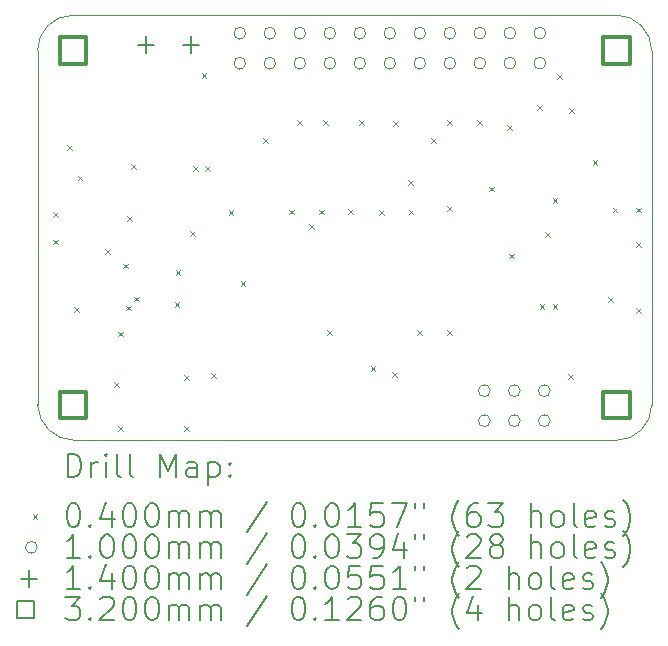
<source format=gbr>
%TF.GenerationSoftware,KiCad,Pcbnew,6.0.11-2627ca5db0~126~ubuntu22.04.1*%
%TF.CreationDate,2023-08-03T03:01:14+02:00*%
%TF.ProjectId,OpenCyphalPicoBase,4f70656e-4379-4706-9861-6c5069636f42,0.2*%
%TF.SameCoordinates,Original*%
%TF.FileFunction,Drillmap*%
%TF.FilePolarity,Positive*%
%FSLAX45Y45*%
G04 Gerber Fmt 4.5, Leading zero omitted, Abs format (unit mm)*
G04 Created by KiCad (PCBNEW 6.0.11-2627ca5db0~126~ubuntu22.04.1) date 2023-08-03 03:01:14*
%MOMM*%
%LPD*%
G01*
G04 APERTURE LIST*
%ADD10C,0.050000*%
%ADD11C,0.200000*%
%ADD12C,0.040000*%
%ADD13C,0.100000*%
%ADD14C,0.140000*%
%ADD15C,0.320000*%
G04 APERTURE END LIST*
D10*
X11300000Y-11000000D02*
X6712132Y-11000000D01*
X6400000Y-7700000D02*
X6400000Y-10700000D01*
X11600000Y-7700000D02*
X11600000Y-10700000D01*
X11300000Y-7400000D02*
X6700000Y-7400000D01*
X11600000Y-7700000D02*
G75*
G03*
X11300000Y-7400000I-300000J0D01*
G01*
X6700000Y-7400000D02*
G75*
G03*
X6400000Y-7700000I0J-300000D01*
G01*
X11300000Y-11000000D02*
G75*
G03*
X11600000Y-10700000I0J300000D01*
G01*
X6399995Y-10700000D02*
G75*
G03*
X6712132Y-11000000I312135J12380D01*
G01*
D11*
D12*
X6530000Y-9070000D02*
X6570000Y-9110000D01*
X6570000Y-9070000D02*
X6530000Y-9110000D01*
X6530000Y-9300000D02*
X6570000Y-9340000D01*
X6570000Y-9300000D02*
X6530000Y-9340000D01*
X6650000Y-8500000D02*
X6690000Y-8540000D01*
X6690000Y-8500000D02*
X6650000Y-8540000D01*
X6710000Y-9870000D02*
X6750000Y-9910000D01*
X6750000Y-9870000D02*
X6710000Y-9910000D01*
X6740000Y-8760000D02*
X6780000Y-8800000D01*
X6780000Y-8760000D02*
X6740000Y-8800000D01*
X6970000Y-9380000D02*
X7010000Y-9420000D01*
X7010000Y-9380000D02*
X6970000Y-9420000D01*
X7050000Y-10510000D02*
X7090000Y-10550000D01*
X7090000Y-10510000D02*
X7050000Y-10550000D01*
X7080000Y-10080000D02*
X7120000Y-10120000D01*
X7120000Y-10080000D02*
X7080000Y-10120000D01*
X7080000Y-10880000D02*
X7120000Y-10920000D01*
X7120000Y-10880000D02*
X7080000Y-10920000D01*
X7125000Y-9505000D02*
X7165000Y-9545000D01*
X7165000Y-9505000D02*
X7125000Y-9545000D01*
X7150000Y-9860000D02*
X7190000Y-9900000D01*
X7190000Y-9860000D02*
X7150000Y-9900000D01*
X7160000Y-9100000D02*
X7200000Y-9140000D01*
X7200000Y-9100000D02*
X7160000Y-9140000D01*
X7190000Y-8660000D02*
X7230000Y-8700000D01*
X7230000Y-8660000D02*
X7190000Y-8700000D01*
X7215047Y-9784112D02*
X7255047Y-9824112D01*
X7255047Y-9784112D02*
X7215047Y-9824112D01*
X7560000Y-9830000D02*
X7600000Y-9870000D01*
X7600000Y-9830000D02*
X7560000Y-9870000D01*
X7570000Y-9560000D02*
X7610000Y-9600000D01*
X7610000Y-9560000D02*
X7570000Y-9600000D01*
X7640000Y-10450000D02*
X7680000Y-10490000D01*
X7680000Y-10450000D02*
X7640000Y-10490000D01*
X7640000Y-10880000D02*
X7680000Y-10920000D01*
X7680000Y-10880000D02*
X7640000Y-10920000D01*
X7690000Y-9230000D02*
X7730000Y-9270000D01*
X7730000Y-9230000D02*
X7690000Y-9270000D01*
X7720050Y-8680000D02*
X7760050Y-8720000D01*
X7760050Y-8680000D02*
X7720050Y-8720000D01*
X7790000Y-7890000D02*
X7830000Y-7930000D01*
X7830000Y-7890000D02*
X7790000Y-7930000D01*
X7820000Y-8680000D02*
X7860000Y-8720000D01*
X7860000Y-8680000D02*
X7820000Y-8720000D01*
X7870000Y-10430000D02*
X7910000Y-10470000D01*
X7910000Y-10430000D02*
X7870000Y-10470000D01*
X8019000Y-9049000D02*
X8059000Y-9089000D01*
X8059000Y-9049000D02*
X8019000Y-9089000D01*
X8120000Y-9650000D02*
X8160000Y-9690000D01*
X8160000Y-9650000D02*
X8120000Y-9690000D01*
X8310000Y-8440000D02*
X8350000Y-8480000D01*
X8350000Y-8440000D02*
X8310000Y-8480000D01*
X8528000Y-9048000D02*
X8568000Y-9088000D01*
X8568000Y-9048000D02*
X8528000Y-9088000D01*
X8599000Y-8291000D02*
X8639000Y-8331000D01*
X8639000Y-8291000D02*
X8599000Y-8331000D01*
X8700000Y-9170000D02*
X8740000Y-9210000D01*
X8740000Y-9170000D02*
X8700000Y-9210000D01*
X8782000Y-9048000D02*
X8822000Y-9088000D01*
X8822000Y-9048000D02*
X8782000Y-9088000D01*
X8820000Y-8291000D02*
X8860000Y-8331000D01*
X8860000Y-8291000D02*
X8820000Y-8331000D01*
X8853000Y-10069000D02*
X8893000Y-10109000D01*
X8893000Y-10069000D02*
X8853000Y-10109000D01*
X9029000Y-9041000D02*
X9069000Y-9081000D01*
X9069000Y-9041000D02*
X9029000Y-9081000D01*
X9120000Y-8291000D02*
X9160000Y-8331000D01*
X9160000Y-8291000D02*
X9120000Y-8331000D01*
X9220000Y-10370000D02*
X9260000Y-10410000D01*
X9260000Y-10370000D02*
X9220000Y-10410000D01*
X9291000Y-9049000D02*
X9331000Y-9089000D01*
X9331000Y-9049000D02*
X9291000Y-9089000D01*
X9400000Y-10420000D02*
X9440000Y-10460000D01*
X9440000Y-10420000D02*
X9400000Y-10460000D01*
X9410000Y-8300000D02*
X9450000Y-8340000D01*
X9450000Y-8300000D02*
X9410000Y-8340000D01*
X9540000Y-8800000D02*
X9580000Y-8840000D01*
X9580000Y-8800000D02*
X9540000Y-8840000D01*
X9542000Y-9048000D02*
X9582000Y-9088000D01*
X9582000Y-9048000D02*
X9542000Y-9088000D01*
X9615000Y-10069000D02*
X9655000Y-10109000D01*
X9655000Y-10069000D02*
X9615000Y-10109000D01*
X9730000Y-8440000D02*
X9770000Y-8480000D01*
X9770000Y-8440000D02*
X9730000Y-8480000D01*
X9869000Y-8291000D02*
X9909000Y-8331000D01*
X9909000Y-8291000D02*
X9869000Y-8331000D01*
X9869000Y-10069000D02*
X9909000Y-10109000D01*
X9909000Y-10069000D02*
X9869000Y-10109000D01*
X9870000Y-9020000D02*
X9910000Y-9060000D01*
X9910000Y-9020000D02*
X9870000Y-9060000D01*
X10123000Y-8291000D02*
X10163000Y-8331000D01*
X10163000Y-8291000D02*
X10123000Y-8331000D01*
X10226143Y-8851197D02*
X10266143Y-8891197D01*
X10266143Y-8851197D02*
X10226143Y-8891197D01*
X10377000Y-8330000D02*
X10417000Y-8370000D01*
X10417000Y-8330000D02*
X10377000Y-8370000D01*
X10390000Y-9420000D02*
X10430000Y-9460000D01*
X10430000Y-9420000D02*
X10390000Y-9460000D01*
X10631000Y-8164000D02*
X10671000Y-8204000D01*
X10671000Y-8164000D02*
X10631000Y-8204000D01*
X10650000Y-9849050D02*
X10690000Y-9889050D01*
X10690000Y-9849050D02*
X10650000Y-9889050D01*
X10700000Y-9240000D02*
X10740000Y-9280000D01*
X10740000Y-9240000D02*
X10700000Y-9280000D01*
X10760000Y-8950000D02*
X10800000Y-8990000D01*
X10800000Y-8950000D02*
X10760000Y-8990000D01*
X10760000Y-9849050D02*
X10800000Y-9889050D01*
X10800000Y-9849050D02*
X10760000Y-9889050D01*
X10800000Y-7900000D02*
X10840000Y-7940000D01*
X10840000Y-7900000D02*
X10800000Y-7940000D01*
X10890000Y-10440000D02*
X10930000Y-10480000D01*
X10930000Y-10440000D02*
X10890000Y-10480000D01*
X10900000Y-8190000D02*
X10940000Y-8230000D01*
X10940000Y-8190000D02*
X10900000Y-8230000D01*
X11100000Y-8630000D02*
X11140000Y-8670000D01*
X11140000Y-8630000D02*
X11100000Y-8670000D01*
X11230000Y-9790000D02*
X11270000Y-9830000D01*
X11270000Y-9790000D02*
X11230000Y-9830000D01*
X11270000Y-9030000D02*
X11310000Y-9070000D01*
X11310000Y-9030000D02*
X11270000Y-9070000D01*
X11470000Y-9030000D02*
X11510000Y-9070000D01*
X11510000Y-9030000D02*
X11470000Y-9070000D01*
X11470000Y-9320000D02*
X11510000Y-9360000D01*
X11510000Y-9320000D02*
X11470000Y-9360000D01*
X11470000Y-9880000D02*
X11510000Y-9920000D01*
X11510000Y-9880000D02*
X11470000Y-9920000D01*
D13*
X8162500Y-7553500D02*
G75*
G03*
X8162500Y-7553500I-50000J0D01*
G01*
X8162500Y-7807500D02*
G75*
G03*
X8162500Y-7807500I-50000J0D01*
G01*
X8416500Y-7553500D02*
G75*
G03*
X8416500Y-7553500I-50000J0D01*
G01*
X8416500Y-7807500D02*
G75*
G03*
X8416500Y-7807500I-50000J0D01*
G01*
X8670500Y-7553500D02*
G75*
G03*
X8670500Y-7553500I-50000J0D01*
G01*
X8670500Y-7807500D02*
G75*
G03*
X8670500Y-7807500I-50000J0D01*
G01*
X8924500Y-7553500D02*
G75*
G03*
X8924500Y-7553500I-50000J0D01*
G01*
X8924500Y-7807500D02*
G75*
G03*
X8924500Y-7807500I-50000J0D01*
G01*
X9178500Y-7553500D02*
G75*
G03*
X9178500Y-7553500I-50000J0D01*
G01*
X9178500Y-7807500D02*
G75*
G03*
X9178500Y-7807500I-50000J0D01*
G01*
X9432500Y-7553500D02*
G75*
G03*
X9432500Y-7553500I-50000J0D01*
G01*
X9432500Y-7807500D02*
G75*
G03*
X9432500Y-7807500I-50000J0D01*
G01*
X9686500Y-7553500D02*
G75*
G03*
X9686500Y-7553500I-50000J0D01*
G01*
X9686500Y-7807500D02*
G75*
G03*
X9686500Y-7807500I-50000J0D01*
G01*
X9940500Y-7553500D02*
G75*
G03*
X9940500Y-7553500I-50000J0D01*
G01*
X9940500Y-7807500D02*
G75*
G03*
X9940500Y-7807500I-50000J0D01*
G01*
X10194500Y-7552500D02*
G75*
G03*
X10194500Y-7552500I-50000J0D01*
G01*
X10194500Y-7806500D02*
G75*
G03*
X10194500Y-7806500I-50000J0D01*
G01*
X10232000Y-10580000D02*
G75*
G03*
X10232000Y-10580000I-50000J0D01*
G01*
X10232000Y-10834000D02*
G75*
G03*
X10232000Y-10834000I-50000J0D01*
G01*
X10448500Y-7552500D02*
G75*
G03*
X10448500Y-7552500I-50000J0D01*
G01*
X10448500Y-7806500D02*
G75*
G03*
X10448500Y-7806500I-50000J0D01*
G01*
X10486000Y-10580000D02*
G75*
G03*
X10486000Y-10580000I-50000J0D01*
G01*
X10486000Y-10834000D02*
G75*
G03*
X10486000Y-10834000I-50000J0D01*
G01*
X10702500Y-7552500D02*
G75*
G03*
X10702500Y-7552500I-50000J0D01*
G01*
X10702500Y-7806500D02*
G75*
G03*
X10702500Y-7806500I-50000J0D01*
G01*
X10740000Y-10580000D02*
G75*
G03*
X10740000Y-10580000I-50000J0D01*
G01*
X10740000Y-10834000D02*
G75*
G03*
X10740000Y-10834000I-50000J0D01*
G01*
D14*
X7319500Y-7580000D02*
X7319500Y-7720000D01*
X7249500Y-7650000D02*
X7389500Y-7650000D01*
X7700500Y-7580000D02*
X7700500Y-7720000D01*
X7630500Y-7650000D02*
X7770500Y-7650000D01*
D15*
X6813138Y-7813138D02*
X6813138Y-7586862D01*
X6586862Y-7586862D01*
X6586862Y-7813138D01*
X6813138Y-7813138D01*
X6813138Y-10813138D02*
X6813138Y-10586862D01*
X6586862Y-10586862D01*
X6586862Y-10813138D01*
X6813138Y-10813138D01*
X11413138Y-7813138D02*
X11413138Y-7586862D01*
X11186862Y-7586862D01*
X11186862Y-7813138D01*
X11413138Y-7813138D01*
X11413138Y-10813138D02*
X11413138Y-10586862D01*
X11186862Y-10586862D01*
X11186862Y-10813138D01*
X11413138Y-10813138D01*
D11*
X6655119Y-11312976D02*
X6655119Y-11112976D01*
X6702738Y-11112976D01*
X6731309Y-11122500D01*
X6750357Y-11141548D01*
X6759881Y-11160595D01*
X6769405Y-11198690D01*
X6769405Y-11227262D01*
X6759881Y-11265357D01*
X6750357Y-11284405D01*
X6731309Y-11303452D01*
X6702738Y-11312976D01*
X6655119Y-11312976D01*
X6855119Y-11312976D02*
X6855119Y-11179643D01*
X6855119Y-11217738D02*
X6864643Y-11198690D01*
X6874167Y-11189167D01*
X6893214Y-11179643D01*
X6912262Y-11179643D01*
X6978928Y-11312976D02*
X6978928Y-11179643D01*
X6978928Y-11112976D02*
X6969405Y-11122500D01*
X6978928Y-11132024D01*
X6988452Y-11122500D01*
X6978928Y-11112976D01*
X6978928Y-11132024D01*
X7102738Y-11312976D02*
X7083690Y-11303452D01*
X7074167Y-11284405D01*
X7074167Y-11112976D01*
X7207500Y-11312976D02*
X7188452Y-11303452D01*
X7178928Y-11284405D01*
X7178928Y-11112976D01*
X7436071Y-11312976D02*
X7436071Y-11112976D01*
X7502738Y-11255833D01*
X7569405Y-11112976D01*
X7569405Y-11312976D01*
X7750357Y-11312976D02*
X7750357Y-11208214D01*
X7740833Y-11189167D01*
X7721786Y-11179643D01*
X7683690Y-11179643D01*
X7664643Y-11189167D01*
X7750357Y-11303452D02*
X7731309Y-11312976D01*
X7683690Y-11312976D01*
X7664643Y-11303452D01*
X7655119Y-11284405D01*
X7655119Y-11265357D01*
X7664643Y-11246309D01*
X7683690Y-11236786D01*
X7731309Y-11236786D01*
X7750357Y-11227262D01*
X7845595Y-11179643D02*
X7845595Y-11379643D01*
X7845595Y-11189167D02*
X7864643Y-11179643D01*
X7902738Y-11179643D01*
X7921786Y-11189167D01*
X7931309Y-11198690D01*
X7940833Y-11217738D01*
X7940833Y-11274881D01*
X7931309Y-11293928D01*
X7921786Y-11303452D01*
X7902738Y-11312976D01*
X7864643Y-11312976D01*
X7845595Y-11303452D01*
X8026548Y-11293928D02*
X8036071Y-11303452D01*
X8026548Y-11312976D01*
X8017024Y-11303452D01*
X8026548Y-11293928D01*
X8026548Y-11312976D01*
X8026548Y-11189167D02*
X8036071Y-11198690D01*
X8026548Y-11208214D01*
X8017024Y-11198690D01*
X8026548Y-11189167D01*
X8026548Y-11208214D01*
D12*
X6357500Y-11622500D02*
X6397500Y-11662500D01*
X6397500Y-11622500D02*
X6357500Y-11662500D01*
D11*
X6693214Y-11532976D02*
X6712262Y-11532976D01*
X6731309Y-11542500D01*
X6740833Y-11552024D01*
X6750357Y-11571071D01*
X6759881Y-11609167D01*
X6759881Y-11656786D01*
X6750357Y-11694881D01*
X6740833Y-11713928D01*
X6731309Y-11723452D01*
X6712262Y-11732976D01*
X6693214Y-11732976D01*
X6674167Y-11723452D01*
X6664643Y-11713928D01*
X6655119Y-11694881D01*
X6645595Y-11656786D01*
X6645595Y-11609167D01*
X6655119Y-11571071D01*
X6664643Y-11552024D01*
X6674167Y-11542500D01*
X6693214Y-11532976D01*
X6845595Y-11713928D02*
X6855119Y-11723452D01*
X6845595Y-11732976D01*
X6836071Y-11723452D01*
X6845595Y-11713928D01*
X6845595Y-11732976D01*
X7026548Y-11599643D02*
X7026548Y-11732976D01*
X6978928Y-11523452D02*
X6931309Y-11666309D01*
X7055119Y-11666309D01*
X7169405Y-11532976D02*
X7188452Y-11532976D01*
X7207500Y-11542500D01*
X7217024Y-11552024D01*
X7226548Y-11571071D01*
X7236071Y-11609167D01*
X7236071Y-11656786D01*
X7226548Y-11694881D01*
X7217024Y-11713928D01*
X7207500Y-11723452D01*
X7188452Y-11732976D01*
X7169405Y-11732976D01*
X7150357Y-11723452D01*
X7140833Y-11713928D01*
X7131309Y-11694881D01*
X7121786Y-11656786D01*
X7121786Y-11609167D01*
X7131309Y-11571071D01*
X7140833Y-11552024D01*
X7150357Y-11542500D01*
X7169405Y-11532976D01*
X7359881Y-11532976D02*
X7378928Y-11532976D01*
X7397976Y-11542500D01*
X7407500Y-11552024D01*
X7417024Y-11571071D01*
X7426548Y-11609167D01*
X7426548Y-11656786D01*
X7417024Y-11694881D01*
X7407500Y-11713928D01*
X7397976Y-11723452D01*
X7378928Y-11732976D01*
X7359881Y-11732976D01*
X7340833Y-11723452D01*
X7331309Y-11713928D01*
X7321786Y-11694881D01*
X7312262Y-11656786D01*
X7312262Y-11609167D01*
X7321786Y-11571071D01*
X7331309Y-11552024D01*
X7340833Y-11542500D01*
X7359881Y-11532976D01*
X7512262Y-11732976D02*
X7512262Y-11599643D01*
X7512262Y-11618690D02*
X7521786Y-11609167D01*
X7540833Y-11599643D01*
X7569405Y-11599643D01*
X7588452Y-11609167D01*
X7597976Y-11628214D01*
X7597976Y-11732976D01*
X7597976Y-11628214D02*
X7607500Y-11609167D01*
X7626548Y-11599643D01*
X7655119Y-11599643D01*
X7674167Y-11609167D01*
X7683690Y-11628214D01*
X7683690Y-11732976D01*
X7778928Y-11732976D02*
X7778928Y-11599643D01*
X7778928Y-11618690D02*
X7788452Y-11609167D01*
X7807500Y-11599643D01*
X7836071Y-11599643D01*
X7855119Y-11609167D01*
X7864643Y-11628214D01*
X7864643Y-11732976D01*
X7864643Y-11628214D02*
X7874167Y-11609167D01*
X7893214Y-11599643D01*
X7921786Y-11599643D01*
X7940833Y-11609167D01*
X7950357Y-11628214D01*
X7950357Y-11732976D01*
X8340833Y-11523452D02*
X8169405Y-11780595D01*
X8597976Y-11532976D02*
X8617024Y-11532976D01*
X8636071Y-11542500D01*
X8645595Y-11552024D01*
X8655119Y-11571071D01*
X8664643Y-11609167D01*
X8664643Y-11656786D01*
X8655119Y-11694881D01*
X8645595Y-11713928D01*
X8636071Y-11723452D01*
X8617024Y-11732976D01*
X8597976Y-11732976D01*
X8578929Y-11723452D01*
X8569405Y-11713928D01*
X8559881Y-11694881D01*
X8550357Y-11656786D01*
X8550357Y-11609167D01*
X8559881Y-11571071D01*
X8569405Y-11552024D01*
X8578929Y-11542500D01*
X8597976Y-11532976D01*
X8750357Y-11713928D02*
X8759881Y-11723452D01*
X8750357Y-11732976D01*
X8740833Y-11723452D01*
X8750357Y-11713928D01*
X8750357Y-11732976D01*
X8883690Y-11532976D02*
X8902738Y-11532976D01*
X8921786Y-11542500D01*
X8931310Y-11552024D01*
X8940833Y-11571071D01*
X8950357Y-11609167D01*
X8950357Y-11656786D01*
X8940833Y-11694881D01*
X8931310Y-11713928D01*
X8921786Y-11723452D01*
X8902738Y-11732976D01*
X8883690Y-11732976D01*
X8864643Y-11723452D01*
X8855119Y-11713928D01*
X8845595Y-11694881D01*
X8836071Y-11656786D01*
X8836071Y-11609167D01*
X8845595Y-11571071D01*
X8855119Y-11552024D01*
X8864643Y-11542500D01*
X8883690Y-11532976D01*
X9140833Y-11732976D02*
X9026548Y-11732976D01*
X9083690Y-11732976D02*
X9083690Y-11532976D01*
X9064643Y-11561548D01*
X9045595Y-11580595D01*
X9026548Y-11590119D01*
X9321786Y-11532976D02*
X9226548Y-11532976D01*
X9217024Y-11628214D01*
X9226548Y-11618690D01*
X9245595Y-11609167D01*
X9293214Y-11609167D01*
X9312262Y-11618690D01*
X9321786Y-11628214D01*
X9331310Y-11647262D01*
X9331310Y-11694881D01*
X9321786Y-11713928D01*
X9312262Y-11723452D01*
X9293214Y-11732976D01*
X9245595Y-11732976D01*
X9226548Y-11723452D01*
X9217024Y-11713928D01*
X9397976Y-11532976D02*
X9531310Y-11532976D01*
X9445595Y-11732976D01*
X9597976Y-11532976D02*
X9597976Y-11571071D01*
X9674167Y-11532976D02*
X9674167Y-11571071D01*
X9969405Y-11809167D02*
X9959881Y-11799643D01*
X9940833Y-11771071D01*
X9931310Y-11752024D01*
X9921786Y-11723452D01*
X9912262Y-11675833D01*
X9912262Y-11637738D01*
X9921786Y-11590119D01*
X9931310Y-11561548D01*
X9940833Y-11542500D01*
X9959881Y-11513928D01*
X9969405Y-11504405D01*
X10131310Y-11532976D02*
X10093214Y-11532976D01*
X10074167Y-11542500D01*
X10064643Y-11552024D01*
X10045595Y-11580595D01*
X10036071Y-11618690D01*
X10036071Y-11694881D01*
X10045595Y-11713928D01*
X10055119Y-11723452D01*
X10074167Y-11732976D01*
X10112262Y-11732976D01*
X10131310Y-11723452D01*
X10140833Y-11713928D01*
X10150357Y-11694881D01*
X10150357Y-11647262D01*
X10140833Y-11628214D01*
X10131310Y-11618690D01*
X10112262Y-11609167D01*
X10074167Y-11609167D01*
X10055119Y-11618690D01*
X10045595Y-11628214D01*
X10036071Y-11647262D01*
X10217024Y-11532976D02*
X10340833Y-11532976D01*
X10274167Y-11609167D01*
X10302738Y-11609167D01*
X10321786Y-11618690D01*
X10331310Y-11628214D01*
X10340833Y-11647262D01*
X10340833Y-11694881D01*
X10331310Y-11713928D01*
X10321786Y-11723452D01*
X10302738Y-11732976D01*
X10245595Y-11732976D01*
X10226548Y-11723452D01*
X10217024Y-11713928D01*
X10578929Y-11732976D02*
X10578929Y-11532976D01*
X10664643Y-11732976D02*
X10664643Y-11628214D01*
X10655119Y-11609167D01*
X10636071Y-11599643D01*
X10607500Y-11599643D01*
X10588452Y-11609167D01*
X10578929Y-11618690D01*
X10788452Y-11732976D02*
X10769405Y-11723452D01*
X10759881Y-11713928D01*
X10750357Y-11694881D01*
X10750357Y-11637738D01*
X10759881Y-11618690D01*
X10769405Y-11609167D01*
X10788452Y-11599643D01*
X10817024Y-11599643D01*
X10836071Y-11609167D01*
X10845595Y-11618690D01*
X10855119Y-11637738D01*
X10855119Y-11694881D01*
X10845595Y-11713928D01*
X10836071Y-11723452D01*
X10817024Y-11732976D01*
X10788452Y-11732976D01*
X10969405Y-11732976D02*
X10950357Y-11723452D01*
X10940833Y-11704405D01*
X10940833Y-11532976D01*
X11121786Y-11723452D02*
X11102738Y-11732976D01*
X11064643Y-11732976D01*
X11045595Y-11723452D01*
X11036071Y-11704405D01*
X11036071Y-11628214D01*
X11045595Y-11609167D01*
X11064643Y-11599643D01*
X11102738Y-11599643D01*
X11121786Y-11609167D01*
X11131310Y-11628214D01*
X11131310Y-11647262D01*
X11036071Y-11666309D01*
X11207500Y-11723452D02*
X11226548Y-11732976D01*
X11264643Y-11732976D01*
X11283690Y-11723452D01*
X11293214Y-11704405D01*
X11293214Y-11694881D01*
X11283690Y-11675833D01*
X11264643Y-11666309D01*
X11236071Y-11666309D01*
X11217024Y-11656786D01*
X11207500Y-11637738D01*
X11207500Y-11628214D01*
X11217024Y-11609167D01*
X11236071Y-11599643D01*
X11264643Y-11599643D01*
X11283690Y-11609167D01*
X11359881Y-11809167D02*
X11369405Y-11799643D01*
X11388452Y-11771071D01*
X11397976Y-11752024D01*
X11407500Y-11723452D01*
X11417024Y-11675833D01*
X11417024Y-11637738D01*
X11407500Y-11590119D01*
X11397976Y-11561548D01*
X11388452Y-11542500D01*
X11369405Y-11513928D01*
X11359881Y-11504405D01*
D13*
X6397500Y-11906500D02*
G75*
G03*
X6397500Y-11906500I-50000J0D01*
G01*
D11*
X6759881Y-11996976D02*
X6645595Y-11996976D01*
X6702738Y-11996976D02*
X6702738Y-11796976D01*
X6683690Y-11825548D01*
X6664643Y-11844595D01*
X6645595Y-11854119D01*
X6845595Y-11977928D02*
X6855119Y-11987452D01*
X6845595Y-11996976D01*
X6836071Y-11987452D01*
X6845595Y-11977928D01*
X6845595Y-11996976D01*
X6978928Y-11796976D02*
X6997976Y-11796976D01*
X7017024Y-11806500D01*
X7026548Y-11816024D01*
X7036071Y-11835071D01*
X7045595Y-11873167D01*
X7045595Y-11920786D01*
X7036071Y-11958881D01*
X7026548Y-11977928D01*
X7017024Y-11987452D01*
X6997976Y-11996976D01*
X6978928Y-11996976D01*
X6959881Y-11987452D01*
X6950357Y-11977928D01*
X6940833Y-11958881D01*
X6931309Y-11920786D01*
X6931309Y-11873167D01*
X6940833Y-11835071D01*
X6950357Y-11816024D01*
X6959881Y-11806500D01*
X6978928Y-11796976D01*
X7169405Y-11796976D02*
X7188452Y-11796976D01*
X7207500Y-11806500D01*
X7217024Y-11816024D01*
X7226548Y-11835071D01*
X7236071Y-11873167D01*
X7236071Y-11920786D01*
X7226548Y-11958881D01*
X7217024Y-11977928D01*
X7207500Y-11987452D01*
X7188452Y-11996976D01*
X7169405Y-11996976D01*
X7150357Y-11987452D01*
X7140833Y-11977928D01*
X7131309Y-11958881D01*
X7121786Y-11920786D01*
X7121786Y-11873167D01*
X7131309Y-11835071D01*
X7140833Y-11816024D01*
X7150357Y-11806500D01*
X7169405Y-11796976D01*
X7359881Y-11796976D02*
X7378928Y-11796976D01*
X7397976Y-11806500D01*
X7407500Y-11816024D01*
X7417024Y-11835071D01*
X7426548Y-11873167D01*
X7426548Y-11920786D01*
X7417024Y-11958881D01*
X7407500Y-11977928D01*
X7397976Y-11987452D01*
X7378928Y-11996976D01*
X7359881Y-11996976D01*
X7340833Y-11987452D01*
X7331309Y-11977928D01*
X7321786Y-11958881D01*
X7312262Y-11920786D01*
X7312262Y-11873167D01*
X7321786Y-11835071D01*
X7331309Y-11816024D01*
X7340833Y-11806500D01*
X7359881Y-11796976D01*
X7512262Y-11996976D02*
X7512262Y-11863643D01*
X7512262Y-11882690D02*
X7521786Y-11873167D01*
X7540833Y-11863643D01*
X7569405Y-11863643D01*
X7588452Y-11873167D01*
X7597976Y-11892214D01*
X7597976Y-11996976D01*
X7597976Y-11892214D02*
X7607500Y-11873167D01*
X7626548Y-11863643D01*
X7655119Y-11863643D01*
X7674167Y-11873167D01*
X7683690Y-11892214D01*
X7683690Y-11996976D01*
X7778928Y-11996976D02*
X7778928Y-11863643D01*
X7778928Y-11882690D02*
X7788452Y-11873167D01*
X7807500Y-11863643D01*
X7836071Y-11863643D01*
X7855119Y-11873167D01*
X7864643Y-11892214D01*
X7864643Y-11996976D01*
X7864643Y-11892214D02*
X7874167Y-11873167D01*
X7893214Y-11863643D01*
X7921786Y-11863643D01*
X7940833Y-11873167D01*
X7950357Y-11892214D01*
X7950357Y-11996976D01*
X8340833Y-11787452D02*
X8169405Y-12044595D01*
X8597976Y-11796976D02*
X8617024Y-11796976D01*
X8636071Y-11806500D01*
X8645595Y-11816024D01*
X8655119Y-11835071D01*
X8664643Y-11873167D01*
X8664643Y-11920786D01*
X8655119Y-11958881D01*
X8645595Y-11977928D01*
X8636071Y-11987452D01*
X8617024Y-11996976D01*
X8597976Y-11996976D01*
X8578929Y-11987452D01*
X8569405Y-11977928D01*
X8559881Y-11958881D01*
X8550357Y-11920786D01*
X8550357Y-11873167D01*
X8559881Y-11835071D01*
X8569405Y-11816024D01*
X8578929Y-11806500D01*
X8597976Y-11796976D01*
X8750357Y-11977928D02*
X8759881Y-11987452D01*
X8750357Y-11996976D01*
X8740833Y-11987452D01*
X8750357Y-11977928D01*
X8750357Y-11996976D01*
X8883690Y-11796976D02*
X8902738Y-11796976D01*
X8921786Y-11806500D01*
X8931310Y-11816024D01*
X8940833Y-11835071D01*
X8950357Y-11873167D01*
X8950357Y-11920786D01*
X8940833Y-11958881D01*
X8931310Y-11977928D01*
X8921786Y-11987452D01*
X8902738Y-11996976D01*
X8883690Y-11996976D01*
X8864643Y-11987452D01*
X8855119Y-11977928D01*
X8845595Y-11958881D01*
X8836071Y-11920786D01*
X8836071Y-11873167D01*
X8845595Y-11835071D01*
X8855119Y-11816024D01*
X8864643Y-11806500D01*
X8883690Y-11796976D01*
X9017024Y-11796976D02*
X9140833Y-11796976D01*
X9074167Y-11873167D01*
X9102738Y-11873167D01*
X9121786Y-11882690D01*
X9131310Y-11892214D01*
X9140833Y-11911262D01*
X9140833Y-11958881D01*
X9131310Y-11977928D01*
X9121786Y-11987452D01*
X9102738Y-11996976D01*
X9045595Y-11996976D01*
X9026548Y-11987452D01*
X9017024Y-11977928D01*
X9236071Y-11996976D02*
X9274167Y-11996976D01*
X9293214Y-11987452D01*
X9302738Y-11977928D01*
X9321786Y-11949357D01*
X9331310Y-11911262D01*
X9331310Y-11835071D01*
X9321786Y-11816024D01*
X9312262Y-11806500D01*
X9293214Y-11796976D01*
X9255119Y-11796976D01*
X9236071Y-11806500D01*
X9226548Y-11816024D01*
X9217024Y-11835071D01*
X9217024Y-11882690D01*
X9226548Y-11901738D01*
X9236071Y-11911262D01*
X9255119Y-11920786D01*
X9293214Y-11920786D01*
X9312262Y-11911262D01*
X9321786Y-11901738D01*
X9331310Y-11882690D01*
X9502738Y-11863643D02*
X9502738Y-11996976D01*
X9455119Y-11787452D02*
X9407500Y-11930309D01*
X9531310Y-11930309D01*
X9597976Y-11796976D02*
X9597976Y-11835071D01*
X9674167Y-11796976D02*
X9674167Y-11835071D01*
X9969405Y-12073167D02*
X9959881Y-12063643D01*
X9940833Y-12035071D01*
X9931310Y-12016024D01*
X9921786Y-11987452D01*
X9912262Y-11939833D01*
X9912262Y-11901738D01*
X9921786Y-11854119D01*
X9931310Y-11825548D01*
X9940833Y-11806500D01*
X9959881Y-11777928D01*
X9969405Y-11768405D01*
X10036071Y-11816024D02*
X10045595Y-11806500D01*
X10064643Y-11796976D01*
X10112262Y-11796976D01*
X10131310Y-11806500D01*
X10140833Y-11816024D01*
X10150357Y-11835071D01*
X10150357Y-11854119D01*
X10140833Y-11882690D01*
X10026548Y-11996976D01*
X10150357Y-11996976D01*
X10264643Y-11882690D02*
X10245595Y-11873167D01*
X10236071Y-11863643D01*
X10226548Y-11844595D01*
X10226548Y-11835071D01*
X10236071Y-11816024D01*
X10245595Y-11806500D01*
X10264643Y-11796976D01*
X10302738Y-11796976D01*
X10321786Y-11806500D01*
X10331310Y-11816024D01*
X10340833Y-11835071D01*
X10340833Y-11844595D01*
X10331310Y-11863643D01*
X10321786Y-11873167D01*
X10302738Y-11882690D01*
X10264643Y-11882690D01*
X10245595Y-11892214D01*
X10236071Y-11901738D01*
X10226548Y-11920786D01*
X10226548Y-11958881D01*
X10236071Y-11977928D01*
X10245595Y-11987452D01*
X10264643Y-11996976D01*
X10302738Y-11996976D01*
X10321786Y-11987452D01*
X10331310Y-11977928D01*
X10340833Y-11958881D01*
X10340833Y-11920786D01*
X10331310Y-11901738D01*
X10321786Y-11892214D01*
X10302738Y-11882690D01*
X10578929Y-11996976D02*
X10578929Y-11796976D01*
X10664643Y-11996976D02*
X10664643Y-11892214D01*
X10655119Y-11873167D01*
X10636071Y-11863643D01*
X10607500Y-11863643D01*
X10588452Y-11873167D01*
X10578929Y-11882690D01*
X10788452Y-11996976D02*
X10769405Y-11987452D01*
X10759881Y-11977928D01*
X10750357Y-11958881D01*
X10750357Y-11901738D01*
X10759881Y-11882690D01*
X10769405Y-11873167D01*
X10788452Y-11863643D01*
X10817024Y-11863643D01*
X10836071Y-11873167D01*
X10845595Y-11882690D01*
X10855119Y-11901738D01*
X10855119Y-11958881D01*
X10845595Y-11977928D01*
X10836071Y-11987452D01*
X10817024Y-11996976D01*
X10788452Y-11996976D01*
X10969405Y-11996976D02*
X10950357Y-11987452D01*
X10940833Y-11968405D01*
X10940833Y-11796976D01*
X11121786Y-11987452D02*
X11102738Y-11996976D01*
X11064643Y-11996976D01*
X11045595Y-11987452D01*
X11036071Y-11968405D01*
X11036071Y-11892214D01*
X11045595Y-11873167D01*
X11064643Y-11863643D01*
X11102738Y-11863643D01*
X11121786Y-11873167D01*
X11131310Y-11892214D01*
X11131310Y-11911262D01*
X11036071Y-11930309D01*
X11207500Y-11987452D02*
X11226548Y-11996976D01*
X11264643Y-11996976D01*
X11283690Y-11987452D01*
X11293214Y-11968405D01*
X11293214Y-11958881D01*
X11283690Y-11939833D01*
X11264643Y-11930309D01*
X11236071Y-11930309D01*
X11217024Y-11920786D01*
X11207500Y-11901738D01*
X11207500Y-11892214D01*
X11217024Y-11873167D01*
X11236071Y-11863643D01*
X11264643Y-11863643D01*
X11283690Y-11873167D01*
X11359881Y-12073167D02*
X11369405Y-12063643D01*
X11388452Y-12035071D01*
X11397976Y-12016024D01*
X11407500Y-11987452D01*
X11417024Y-11939833D01*
X11417024Y-11901738D01*
X11407500Y-11854119D01*
X11397976Y-11825548D01*
X11388452Y-11806500D01*
X11369405Y-11777928D01*
X11359881Y-11768405D01*
D14*
X6327500Y-12100500D02*
X6327500Y-12240500D01*
X6257500Y-12170500D02*
X6397500Y-12170500D01*
D11*
X6759881Y-12260976D02*
X6645595Y-12260976D01*
X6702738Y-12260976D02*
X6702738Y-12060976D01*
X6683690Y-12089548D01*
X6664643Y-12108595D01*
X6645595Y-12118119D01*
X6845595Y-12241928D02*
X6855119Y-12251452D01*
X6845595Y-12260976D01*
X6836071Y-12251452D01*
X6845595Y-12241928D01*
X6845595Y-12260976D01*
X7026548Y-12127643D02*
X7026548Y-12260976D01*
X6978928Y-12051452D02*
X6931309Y-12194309D01*
X7055119Y-12194309D01*
X7169405Y-12060976D02*
X7188452Y-12060976D01*
X7207500Y-12070500D01*
X7217024Y-12080024D01*
X7226548Y-12099071D01*
X7236071Y-12137167D01*
X7236071Y-12184786D01*
X7226548Y-12222881D01*
X7217024Y-12241928D01*
X7207500Y-12251452D01*
X7188452Y-12260976D01*
X7169405Y-12260976D01*
X7150357Y-12251452D01*
X7140833Y-12241928D01*
X7131309Y-12222881D01*
X7121786Y-12184786D01*
X7121786Y-12137167D01*
X7131309Y-12099071D01*
X7140833Y-12080024D01*
X7150357Y-12070500D01*
X7169405Y-12060976D01*
X7359881Y-12060976D02*
X7378928Y-12060976D01*
X7397976Y-12070500D01*
X7407500Y-12080024D01*
X7417024Y-12099071D01*
X7426548Y-12137167D01*
X7426548Y-12184786D01*
X7417024Y-12222881D01*
X7407500Y-12241928D01*
X7397976Y-12251452D01*
X7378928Y-12260976D01*
X7359881Y-12260976D01*
X7340833Y-12251452D01*
X7331309Y-12241928D01*
X7321786Y-12222881D01*
X7312262Y-12184786D01*
X7312262Y-12137167D01*
X7321786Y-12099071D01*
X7331309Y-12080024D01*
X7340833Y-12070500D01*
X7359881Y-12060976D01*
X7512262Y-12260976D02*
X7512262Y-12127643D01*
X7512262Y-12146690D02*
X7521786Y-12137167D01*
X7540833Y-12127643D01*
X7569405Y-12127643D01*
X7588452Y-12137167D01*
X7597976Y-12156214D01*
X7597976Y-12260976D01*
X7597976Y-12156214D02*
X7607500Y-12137167D01*
X7626548Y-12127643D01*
X7655119Y-12127643D01*
X7674167Y-12137167D01*
X7683690Y-12156214D01*
X7683690Y-12260976D01*
X7778928Y-12260976D02*
X7778928Y-12127643D01*
X7778928Y-12146690D02*
X7788452Y-12137167D01*
X7807500Y-12127643D01*
X7836071Y-12127643D01*
X7855119Y-12137167D01*
X7864643Y-12156214D01*
X7864643Y-12260976D01*
X7864643Y-12156214D02*
X7874167Y-12137167D01*
X7893214Y-12127643D01*
X7921786Y-12127643D01*
X7940833Y-12137167D01*
X7950357Y-12156214D01*
X7950357Y-12260976D01*
X8340833Y-12051452D02*
X8169405Y-12308595D01*
X8597976Y-12060976D02*
X8617024Y-12060976D01*
X8636071Y-12070500D01*
X8645595Y-12080024D01*
X8655119Y-12099071D01*
X8664643Y-12137167D01*
X8664643Y-12184786D01*
X8655119Y-12222881D01*
X8645595Y-12241928D01*
X8636071Y-12251452D01*
X8617024Y-12260976D01*
X8597976Y-12260976D01*
X8578929Y-12251452D01*
X8569405Y-12241928D01*
X8559881Y-12222881D01*
X8550357Y-12184786D01*
X8550357Y-12137167D01*
X8559881Y-12099071D01*
X8569405Y-12080024D01*
X8578929Y-12070500D01*
X8597976Y-12060976D01*
X8750357Y-12241928D02*
X8759881Y-12251452D01*
X8750357Y-12260976D01*
X8740833Y-12251452D01*
X8750357Y-12241928D01*
X8750357Y-12260976D01*
X8883690Y-12060976D02*
X8902738Y-12060976D01*
X8921786Y-12070500D01*
X8931310Y-12080024D01*
X8940833Y-12099071D01*
X8950357Y-12137167D01*
X8950357Y-12184786D01*
X8940833Y-12222881D01*
X8931310Y-12241928D01*
X8921786Y-12251452D01*
X8902738Y-12260976D01*
X8883690Y-12260976D01*
X8864643Y-12251452D01*
X8855119Y-12241928D01*
X8845595Y-12222881D01*
X8836071Y-12184786D01*
X8836071Y-12137167D01*
X8845595Y-12099071D01*
X8855119Y-12080024D01*
X8864643Y-12070500D01*
X8883690Y-12060976D01*
X9131310Y-12060976D02*
X9036071Y-12060976D01*
X9026548Y-12156214D01*
X9036071Y-12146690D01*
X9055119Y-12137167D01*
X9102738Y-12137167D01*
X9121786Y-12146690D01*
X9131310Y-12156214D01*
X9140833Y-12175262D01*
X9140833Y-12222881D01*
X9131310Y-12241928D01*
X9121786Y-12251452D01*
X9102738Y-12260976D01*
X9055119Y-12260976D01*
X9036071Y-12251452D01*
X9026548Y-12241928D01*
X9321786Y-12060976D02*
X9226548Y-12060976D01*
X9217024Y-12156214D01*
X9226548Y-12146690D01*
X9245595Y-12137167D01*
X9293214Y-12137167D01*
X9312262Y-12146690D01*
X9321786Y-12156214D01*
X9331310Y-12175262D01*
X9331310Y-12222881D01*
X9321786Y-12241928D01*
X9312262Y-12251452D01*
X9293214Y-12260976D01*
X9245595Y-12260976D01*
X9226548Y-12251452D01*
X9217024Y-12241928D01*
X9521786Y-12260976D02*
X9407500Y-12260976D01*
X9464643Y-12260976D02*
X9464643Y-12060976D01*
X9445595Y-12089548D01*
X9426548Y-12108595D01*
X9407500Y-12118119D01*
X9597976Y-12060976D02*
X9597976Y-12099071D01*
X9674167Y-12060976D02*
X9674167Y-12099071D01*
X9969405Y-12337167D02*
X9959881Y-12327643D01*
X9940833Y-12299071D01*
X9931310Y-12280024D01*
X9921786Y-12251452D01*
X9912262Y-12203833D01*
X9912262Y-12165738D01*
X9921786Y-12118119D01*
X9931310Y-12089548D01*
X9940833Y-12070500D01*
X9959881Y-12041928D01*
X9969405Y-12032405D01*
X10036071Y-12080024D02*
X10045595Y-12070500D01*
X10064643Y-12060976D01*
X10112262Y-12060976D01*
X10131310Y-12070500D01*
X10140833Y-12080024D01*
X10150357Y-12099071D01*
X10150357Y-12118119D01*
X10140833Y-12146690D01*
X10026548Y-12260976D01*
X10150357Y-12260976D01*
X10388452Y-12260976D02*
X10388452Y-12060976D01*
X10474167Y-12260976D02*
X10474167Y-12156214D01*
X10464643Y-12137167D01*
X10445595Y-12127643D01*
X10417024Y-12127643D01*
X10397976Y-12137167D01*
X10388452Y-12146690D01*
X10597976Y-12260976D02*
X10578929Y-12251452D01*
X10569405Y-12241928D01*
X10559881Y-12222881D01*
X10559881Y-12165738D01*
X10569405Y-12146690D01*
X10578929Y-12137167D01*
X10597976Y-12127643D01*
X10626548Y-12127643D01*
X10645595Y-12137167D01*
X10655119Y-12146690D01*
X10664643Y-12165738D01*
X10664643Y-12222881D01*
X10655119Y-12241928D01*
X10645595Y-12251452D01*
X10626548Y-12260976D01*
X10597976Y-12260976D01*
X10778929Y-12260976D02*
X10759881Y-12251452D01*
X10750357Y-12232405D01*
X10750357Y-12060976D01*
X10931310Y-12251452D02*
X10912262Y-12260976D01*
X10874167Y-12260976D01*
X10855119Y-12251452D01*
X10845595Y-12232405D01*
X10845595Y-12156214D01*
X10855119Y-12137167D01*
X10874167Y-12127643D01*
X10912262Y-12127643D01*
X10931310Y-12137167D01*
X10940833Y-12156214D01*
X10940833Y-12175262D01*
X10845595Y-12194309D01*
X11017024Y-12251452D02*
X11036071Y-12260976D01*
X11074167Y-12260976D01*
X11093214Y-12251452D01*
X11102738Y-12232405D01*
X11102738Y-12222881D01*
X11093214Y-12203833D01*
X11074167Y-12194309D01*
X11045595Y-12194309D01*
X11026548Y-12184786D01*
X11017024Y-12165738D01*
X11017024Y-12156214D01*
X11026548Y-12137167D01*
X11045595Y-12127643D01*
X11074167Y-12127643D01*
X11093214Y-12137167D01*
X11169405Y-12337167D02*
X11178929Y-12327643D01*
X11197976Y-12299071D01*
X11207500Y-12280024D01*
X11217024Y-12251452D01*
X11226548Y-12203833D01*
X11226548Y-12165738D01*
X11217024Y-12118119D01*
X11207500Y-12089548D01*
X11197976Y-12070500D01*
X11178929Y-12041928D01*
X11169405Y-12032405D01*
X6368211Y-12505211D02*
X6368211Y-12363789D01*
X6226789Y-12363789D01*
X6226789Y-12505211D01*
X6368211Y-12505211D01*
X6636071Y-12324976D02*
X6759881Y-12324976D01*
X6693214Y-12401167D01*
X6721786Y-12401167D01*
X6740833Y-12410690D01*
X6750357Y-12420214D01*
X6759881Y-12439262D01*
X6759881Y-12486881D01*
X6750357Y-12505928D01*
X6740833Y-12515452D01*
X6721786Y-12524976D01*
X6664643Y-12524976D01*
X6645595Y-12515452D01*
X6636071Y-12505928D01*
X6845595Y-12505928D02*
X6855119Y-12515452D01*
X6845595Y-12524976D01*
X6836071Y-12515452D01*
X6845595Y-12505928D01*
X6845595Y-12524976D01*
X6931309Y-12344024D02*
X6940833Y-12334500D01*
X6959881Y-12324976D01*
X7007500Y-12324976D01*
X7026548Y-12334500D01*
X7036071Y-12344024D01*
X7045595Y-12363071D01*
X7045595Y-12382119D01*
X7036071Y-12410690D01*
X6921786Y-12524976D01*
X7045595Y-12524976D01*
X7169405Y-12324976D02*
X7188452Y-12324976D01*
X7207500Y-12334500D01*
X7217024Y-12344024D01*
X7226548Y-12363071D01*
X7236071Y-12401167D01*
X7236071Y-12448786D01*
X7226548Y-12486881D01*
X7217024Y-12505928D01*
X7207500Y-12515452D01*
X7188452Y-12524976D01*
X7169405Y-12524976D01*
X7150357Y-12515452D01*
X7140833Y-12505928D01*
X7131309Y-12486881D01*
X7121786Y-12448786D01*
X7121786Y-12401167D01*
X7131309Y-12363071D01*
X7140833Y-12344024D01*
X7150357Y-12334500D01*
X7169405Y-12324976D01*
X7359881Y-12324976D02*
X7378928Y-12324976D01*
X7397976Y-12334500D01*
X7407500Y-12344024D01*
X7417024Y-12363071D01*
X7426548Y-12401167D01*
X7426548Y-12448786D01*
X7417024Y-12486881D01*
X7407500Y-12505928D01*
X7397976Y-12515452D01*
X7378928Y-12524976D01*
X7359881Y-12524976D01*
X7340833Y-12515452D01*
X7331309Y-12505928D01*
X7321786Y-12486881D01*
X7312262Y-12448786D01*
X7312262Y-12401167D01*
X7321786Y-12363071D01*
X7331309Y-12344024D01*
X7340833Y-12334500D01*
X7359881Y-12324976D01*
X7512262Y-12524976D02*
X7512262Y-12391643D01*
X7512262Y-12410690D02*
X7521786Y-12401167D01*
X7540833Y-12391643D01*
X7569405Y-12391643D01*
X7588452Y-12401167D01*
X7597976Y-12420214D01*
X7597976Y-12524976D01*
X7597976Y-12420214D02*
X7607500Y-12401167D01*
X7626548Y-12391643D01*
X7655119Y-12391643D01*
X7674167Y-12401167D01*
X7683690Y-12420214D01*
X7683690Y-12524976D01*
X7778928Y-12524976D02*
X7778928Y-12391643D01*
X7778928Y-12410690D02*
X7788452Y-12401167D01*
X7807500Y-12391643D01*
X7836071Y-12391643D01*
X7855119Y-12401167D01*
X7864643Y-12420214D01*
X7864643Y-12524976D01*
X7864643Y-12420214D02*
X7874167Y-12401167D01*
X7893214Y-12391643D01*
X7921786Y-12391643D01*
X7940833Y-12401167D01*
X7950357Y-12420214D01*
X7950357Y-12524976D01*
X8340833Y-12315452D02*
X8169405Y-12572595D01*
X8597976Y-12324976D02*
X8617024Y-12324976D01*
X8636071Y-12334500D01*
X8645595Y-12344024D01*
X8655119Y-12363071D01*
X8664643Y-12401167D01*
X8664643Y-12448786D01*
X8655119Y-12486881D01*
X8645595Y-12505928D01*
X8636071Y-12515452D01*
X8617024Y-12524976D01*
X8597976Y-12524976D01*
X8578929Y-12515452D01*
X8569405Y-12505928D01*
X8559881Y-12486881D01*
X8550357Y-12448786D01*
X8550357Y-12401167D01*
X8559881Y-12363071D01*
X8569405Y-12344024D01*
X8578929Y-12334500D01*
X8597976Y-12324976D01*
X8750357Y-12505928D02*
X8759881Y-12515452D01*
X8750357Y-12524976D01*
X8740833Y-12515452D01*
X8750357Y-12505928D01*
X8750357Y-12524976D01*
X8950357Y-12524976D02*
X8836071Y-12524976D01*
X8893214Y-12524976D02*
X8893214Y-12324976D01*
X8874167Y-12353548D01*
X8855119Y-12372595D01*
X8836071Y-12382119D01*
X9026548Y-12344024D02*
X9036071Y-12334500D01*
X9055119Y-12324976D01*
X9102738Y-12324976D01*
X9121786Y-12334500D01*
X9131310Y-12344024D01*
X9140833Y-12363071D01*
X9140833Y-12382119D01*
X9131310Y-12410690D01*
X9017024Y-12524976D01*
X9140833Y-12524976D01*
X9312262Y-12324976D02*
X9274167Y-12324976D01*
X9255119Y-12334500D01*
X9245595Y-12344024D01*
X9226548Y-12372595D01*
X9217024Y-12410690D01*
X9217024Y-12486881D01*
X9226548Y-12505928D01*
X9236071Y-12515452D01*
X9255119Y-12524976D01*
X9293214Y-12524976D01*
X9312262Y-12515452D01*
X9321786Y-12505928D01*
X9331310Y-12486881D01*
X9331310Y-12439262D01*
X9321786Y-12420214D01*
X9312262Y-12410690D01*
X9293214Y-12401167D01*
X9255119Y-12401167D01*
X9236071Y-12410690D01*
X9226548Y-12420214D01*
X9217024Y-12439262D01*
X9455119Y-12324976D02*
X9474167Y-12324976D01*
X9493214Y-12334500D01*
X9502738Y-12344024D01*
X9512262Y-12363071D01*
X9521786Y-12401167D01*
X9521786Y-12448786D01*
X9512262Y-12486881D01*
X9502738Y-12505928D01*
X9493214Y-12515452D01*
X9474167Y-12524976D01*
X9455119Y-12524976D01*
X9436071Y-12515452D01*
X9426548Y-12505928D01*
X9417024Y-12486881D01*
X9407500Y-12448786D01*
X9407500Y-12401167D01*
X9417024Y-12363071D01*
X9426548Y-12344024D01*
X9436071Y-12334500D01*
X9455119Y-12324976D01*
X9597976Y-12324976D02*
X9597976Y-12363071D01*
X9674167Y-12324976D02*
X9674167Y-12363071D01*
X9969405Y-12601167D02*
X9959881Y-12591643D01*
X9940833Y-12563071D01*
X9931310Y-12544024D01*
X9921786Y-12515452D01*
X9912262Y-12467833D01*
X9912262Y-12429738D01*
X9921786Y-12382119D01*
X9931310Y-12353548D01*
X9940833Y-12334500D01*
X9959881Y-12305928D01*
X9969405Y-12296405D01*
X10131310Y-12391643D02*
X10131310Y-12524976D01*
X10083690Y-12315452D02*
X10036071Y-12458309D01*
X10159881Y-12458309D01*
X10388452Y-12524976D02*
X10388452Y-12324976D01*
X10474167Y-12524976D02*
X10474167Y-12420214D01*
X10464643Y-12401167D01*
X10445595Y-12391643D01*
X10417024Y-12391643D01*
X10397976Y-12401167D01*
X10388452Y-12410690D01*
X10597976Y-12524976D02*
X10578929Y-12515452D01*
X10569405Y-12505928D01*
X10559881Y-12486881D01*
X10559881Y-12429738D01*
X10569405Y-12410690D01*
X10578929Y-12401167D01*
X10597976Y-12391643D01*
X10626548Y-12391643D01*
X10645595Y-12401167D01*
X10655119Y-12410690D01*
X10664643Y-12429738D01*
X10664643Y-12486881D01*
X10655119Y-12505928D01*
X10645595Y-12515452D01*
X10626548Y-12524976D01*
X10597976Y-12524976D01*
X10778929Y-12524976D02*
X10759881Y-12515452D01*
X10750357Y-12496405D01*
X10750357Y-12324976D01*
X10931310Y-12515452D02*
X10912262Y-12524976D01*
X10874167Y-12524976D01*
X10855119Y-12515452D01*
X10845595Y-12496405D01*
X10845595Y-12420214D01*
X10855119Y-12401167D01*
X10874167Y-12391643D01*
X10912262Y-12391643D01*
X10931310Y-12401167D01*
X10940833Y-12420214D01*
X10940833Y-12439262D01*
X10845595Y-12458309D01*
X11017024Y-12515452D02*
X11036071Y-12524976D01*
X11074167Y-12524976D01*
X11093214Y-12515452D01*
X11102738Y-12496405D01*
X11102738Y-12486881D01*
X11093214Y-12467833D01*
X11074167Y-12458309D01*
X11045595Y-12458309D01*
X11026548Y-12448786D01*
X11017024Y-12429738D01*
X11017024Y-12420214D01*
X11026548Y-12401167D01*
X11045595Y-12391643D01*
X11074167Y-12391643D01*
X11093214Y-12401167D01*
X11169405Y-12601167D02*
X11178929Y-12591643D01*
X11197976Y-12563071D01*
X11207500Y-12544024D01*
X11217024Y-12515452D01*
X11226548Y-12467833D01*
X11226548Y-12429738D01*
X11217024Y-12382119D01*
X11207500Y-12353548D01*
X11197976Y-12334500D01*
X11178929Y-12305928D01*
X11169405Y-12296405D01*
M02*

</source>
